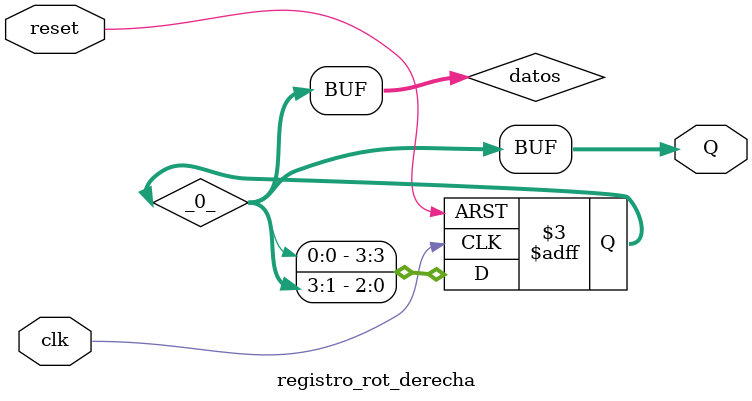
<source format=v>
/* Generated by Yosys 0.51+101 (git sha1 314842d2a, g++ 14.2.1 -fPIC -O3) */

module registro_rot_derecha(clk, reset, Q);
  reg [3:0] _0_ = 4'h3;
  output [3:0] Q;
  wire [3:0] Q;
  input clk;
  wire clk;
  wire [3:0] datos;
  input reset;
  wire reset;
  always @(posedge clk, posedge reset)
    if (reset) _0_ <= 4'h3;
    else _0_ <= { datos[0], datos[3:1] };
  assign datos = _0_;
  assign Q = datos;
endmodule

</source>
